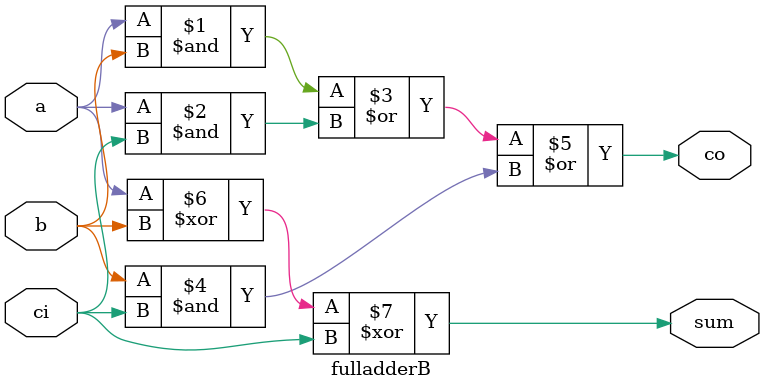
<source format=v>

module fulladderB (a,b, ci, sum, co);
   input a,b,ci;
   output sum, co;

   assign co= a&b | a&ci | b&ci;
   assign sum = a^b^ci;
endmodule

 



</source>
